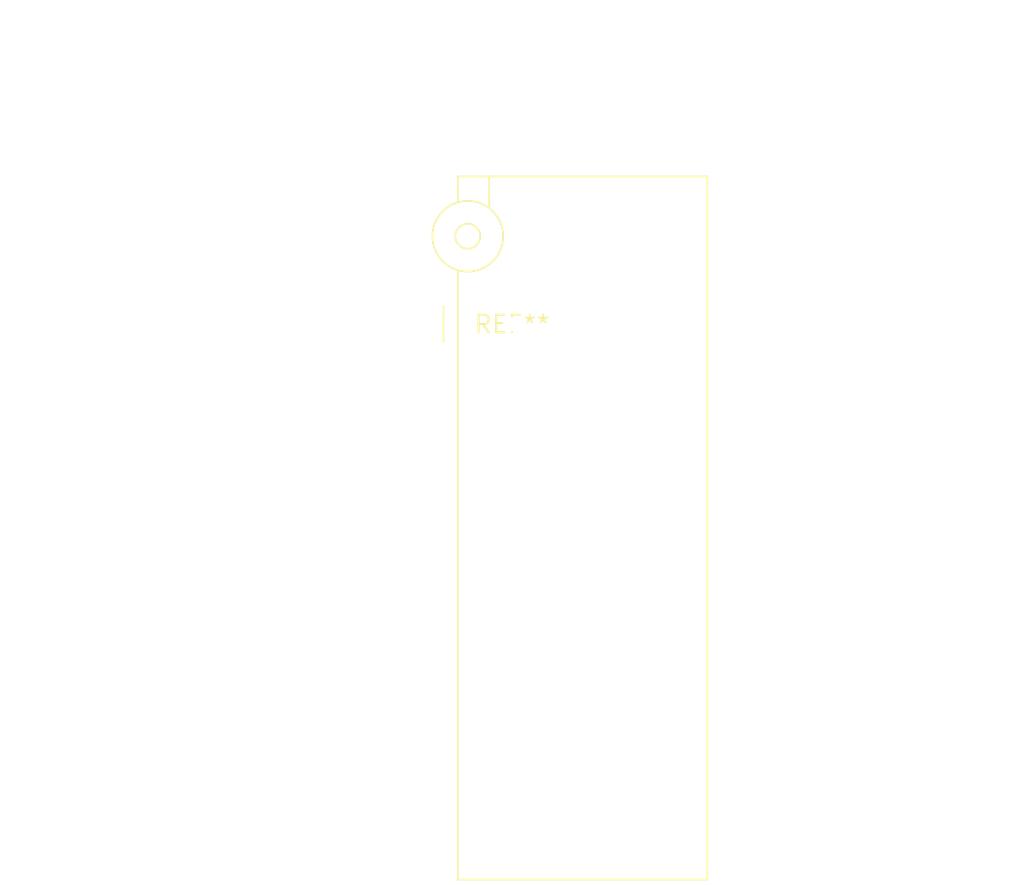
<source format=kicad_pcb>
(kicad_pcb (version 20240108) (generator pcbnew)
  (layers (0 "F.Cu" signal) (31 "B.Cu" signal) (34 "B.Paste" user) (35 "F.Paste" user) (36 "B.SilkS" user "B.Silkscreen") (37 "F.SilkS" user "F.Silkscreen") (38 "B.Mask" user) (39 "F.Mask" user) (44 "Edge.Cuts" user))
  (net 0 "")
  (footprint "DIP_Socket-28_W6.9_W7.62_W10.16_W12.7_W13.5_3M_228-4817-00-0602J" (layer "F.Cu") (at 0 0)
    (property "Reference" "REF**")
    (property "Value" "DIP_Socket-28_W6.9_W7.62_W10.16_W12.7_W13.5_3M_228-4817-00-0602J")
    (fp_line (start -4.95 1.27) (end -4.95 -1.27) (layer "F.SilkS") (stroke (width 0.12)))
    (fp_line (start -3.92 -10.66) (end -3.92 -8.8) (layer "F.SilkS") (stroke (width 0.12)))
    (fp_line (start -3.92 -3.9) (end -3.92 40.04) (layer "F.SilkS") (stroke (width 0.12)))
    (fp_line (start -3.92 40.04) (end 14.08 40.04) (layer "F.SilkS") (stroke (width 0.12)))
    (fp_line (start -1.65 -10.66) (end -1.65 -8.4) (layer "F.SilkS") (stroke (width 0.12)))
    (fp_line (start 14.08 -10.66) (end -3.92 -10.66) (layer "F.SilkS") (stroke (width 0.12)))
    (fp_line (start 14.08 40.04) (end 14.08 -10.66) (layer "F.SilkS") (stroke (width 0.12)))
    (fp_circle (center -3.2 -6.35) (end -2.3 -6.35) (layer "F.SilkS") (stroke (width 0.12)) (fill none))
    (fp_circle (center -3.2 -6.35) (end -0.65 -6.35) (layer "F.SilkS") (stroke (width 0.12)) (fill none))
    (pad "1" thru_hole rect (at 0 0) (size 2 1.44) (drill 1) (layers *.Cu *.Mask) (remove_unused_layers))
    (pad "2" thru_hole oval (at 0 2.54) (size 2 1.44) (drill 1) (layers *.Cu *.Mask) (remove_unused_layers))
    (pad "3" thru_hole oval (at 0 5.08) (size 2 1.44) (drill 1) (layers *.Cu *.Mask) (remove_unused_layers))
    (pad "4" thru_hole oval (at 0 7.62) (size 2 1.44) (drill 1) (layers *.Cu *.Mask) (remove_unused_layers))
    (pad "5" thru_hole oval (at 0 10.16) (size 2 1.44) (drill 1) (layers *.Cu *.Mask) (remove_unused_layers))
    (pad "6" thru_hole oval (at 0 12.7) (size 2 1.44) (drill 1) (layers *.Cu *.Mask) (remove_unused_layers))
    (pad "7" thru_hole oval (at 0 15.24) (size 2 1.44) (drill 1) (layers *.Cu *.Mask) (remove_unused_layers))
    (pad "8" thru_hole oval (at 0 17.78) (size 2 1.44) (drill 1) (layers *.Cu *.Mask) (remove_unused_layers))
    (pad "9" thru_hole oval (at 0 20.32) (size 2 1.44) (drill 1) (layers *.Cu *.Mask) (remove_unused_layers))
    (pad "10" thru_hole oval (at 0 22.86) (size 2 1.44) (drill 1) (layers *.Cu *.Mask) (remove_unused_layers))
    (pad "11" thru_hole oval (at 0 25.4) (size 2 1.44) (drill 1) (layers *.Cu *.Mask) (remove_unused_layers))
    (pad "12" thru_hole oval (at 0 27.94) (size 2 1.44) (drill 1) (layers *.Cu *.Mask) (remove_unused_layers))
    (pad "13" thru_hole oval (at 0 30.48) (size 2 1.44) (drill 1) (layers *.Cu *.Mask) (remove_unused_layers))
    (pad "14" thru_hole oval (at 0 33.02) (size 2 1.44) (drill 1) (layers *.Cu *.Mask) (remove_unused_layers))
    (pad "15" thru_hole oval (at 10.16 33.02) (size 2 1.44) (drill 1) (layers *.Cu *.Mask) (remove_unused_layers))
    (pad "16" thru_hole oval (at 10.16 30.48) (size 2 1.44) (drill 1) (layers *.Cu *.Mask) (remove_unused_layers))
    (pad "17" thru_hole oval (at 10.16 27.94) (size 2 1.44) (drill 1) (layers *.Cu *.Mask) (remove_unused_layers))
    (pad "18" thru_hole oval (at 10.16 25.4) (size 2 1.44) (drill 1) (layers *.Cu *.Mask) (remove_unused_layers))
    (pad "19" thru_hole oval (at 10.16 22.86) (size 2 1.44) (drill 1) (layers *.Cu *.Mask) (remove_unused_layers))
    (pad "20" thru_hole oval (at 10.16 20.32) (size 2 1.44) (drill 1) (layers *.Cu *.Mask) (remove_unused_layers))
    (pad "21" thru_hole oval (at 10.16 17.78) (size 2 1.44) (drill 1) (layers *.Cu *.Mask) (remove_unused_layers))
    (pad "22" thru_hole oval (at 10.16 15.24) (size 2 1.44) (drill 1) (layers *.Cu *.Mask) (remove_unused_layers))
    (pad "23" thru_hole oval (at 10.16 12.7) (size 2 1.44) (drill 1) (layers *.Cu *.Mask) (remove_unused_layers))
    (pad "24" thru_hole oval (at 10.16 10.16) (size 2 1.44) (drill 1) (layers *.Cu *.Mask) (remove_unused_layers))
    (pad "25" thru_hole oval (at 10.16 7.62) (size 2 1.44) (drill 1) (layers *.Cu *.Mask) (remove_unused_layers))
    (pad "26" thru_hole oval (at 10.16 5.08) (size 2 1.44) (drill 1) (layers *.Cu *.Mask) (remove_unused_layers))
    (pad "27" thru_hole oval (at 10.16 2.54) (size 2 1.44) (drill 1) (layers *.Cu *.Mask) (remove_unused_layers))
    (pad "28" thru_hole oval (at 10.16 0) (size 2 1.44) (drill 1) (layers *.Cu *.Mask) (remove_unused_layers))
  )
)
</source>
